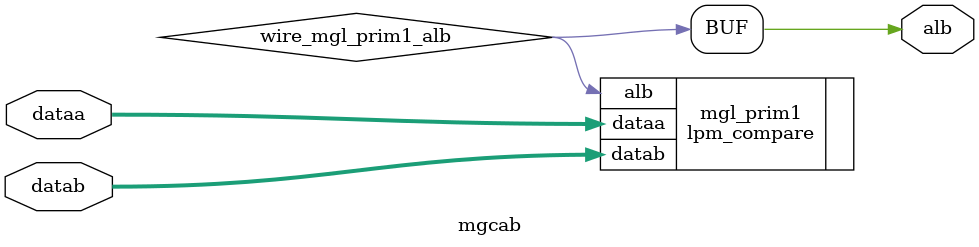
<source format=v>






//synthesis_resources = lpm_compare 1 
//synopsys translate_off
`timescale 1 ps / 1 ps
//synopsys translate_on
module  mgcab
	( 
	alb,
	dataa,
	datab) /* synthesis synthesis_clearbox=1 */;
	output   alb;
	input   [3:0]  dataa;
	input   [3:0]  datab;

	wire  wire_mgl_prim1_alb;

	lpm_compare   mgl_prim1
	( 
	.alb(wire_mgl_prim1_alb),
	.dataa(dataa),
	.datab(datab));
	defparam
		mgl_prim1.lpm_representation = "UNSIGNED",
		mgl_prim1.lpm_type = "LPM_COMPARE",
		mgl_prim1.lpm_width = 4;
	assign
		alb = wire_mgl_prim1_alb;
endmodule //mgcab
//VALID FILE

</source>
